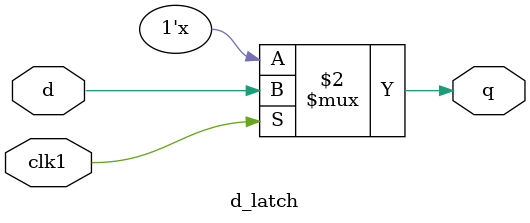
<source format=v>
module d_latch(clk1, d, q);
    input   clk1, d;
    output  q;
    reg     q;
    
    always @(clk1 or d) begin
        if(clk1)
            q <= d;
    end
endmodule
</source>
